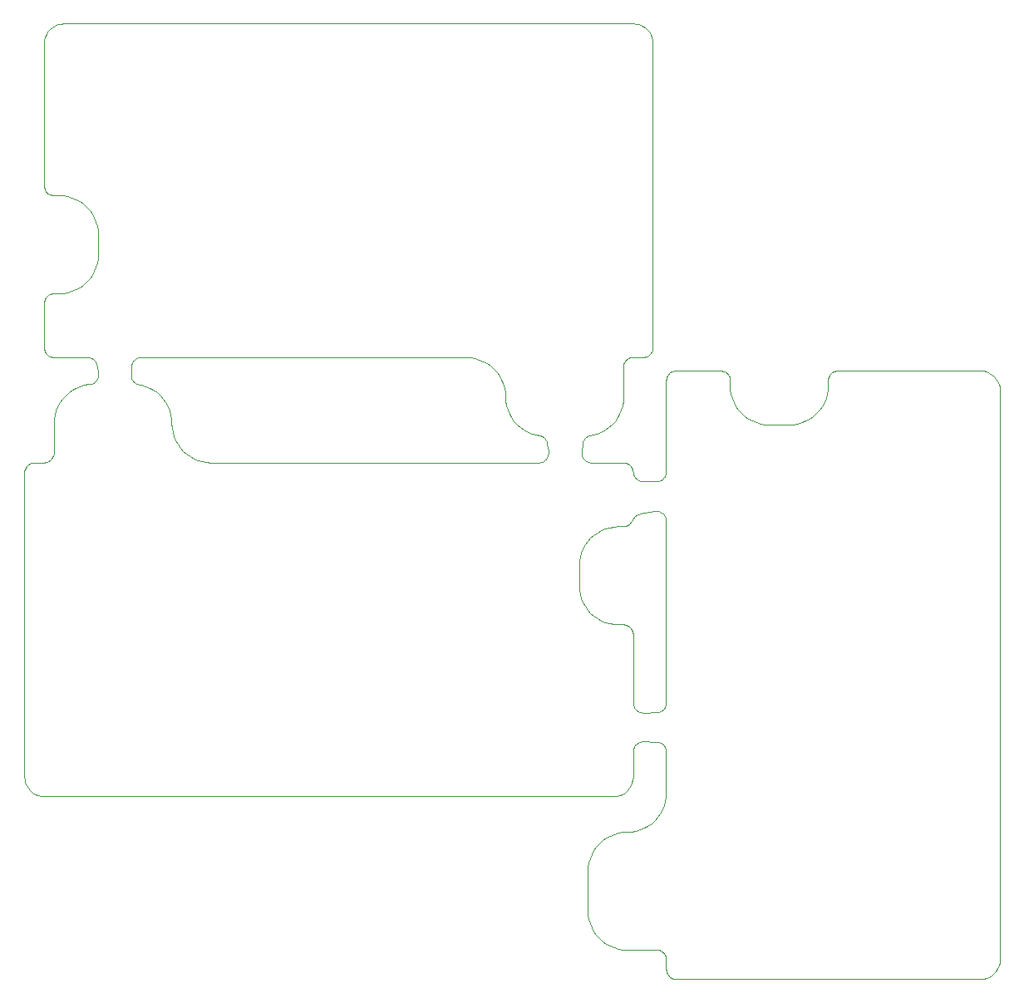
<source format=gko>
%MOIN*%
%OFA0B0*%
%FSLAX44Y44*%
%IPPOS*%
%LPD*%
%ADD10C,0*%
D10*
X00025734Y00024014D02*
X00025734Y00024014D01*
X00025734Y00020359D01*
X00025733Y00020328D01*
X00025729Y00020297D01*
X00025723Y00020266D01*
X00025714Y00020236D01*
X00025703Y00020207D01*
X00025690Y00020179D01*
X00025675Y00020152D01*
X00025657Y00020126D01*
X00025638Y00020102D01*
X00025617Y00020079D01*
X00025594Y00020058D01*
X00025569Y00020039D01*
X00025543Y00020022D01*
X00025516Y00020007D01*
X00025487Y00019994D01*
X00025458Y00019983D01*
X00025428Y00019975D01*
X00025397Y00019969D01*
X00025366Y00019966D01*
X00025335Y00019965D01*
X00024795Y00019972D01*
X00024766Y00019973D01*
X00024737Y00019977D01*
X00024709Y00019983D01*
X00024681Y00019990D01*
X00024653Y00020000D01*
X00024627Y00020012D01*
X00024601Y00020026D01*
X00024576Y00020042D01*
X00024553Y00020059D01*
X00024531Y00020078D01*
X00024511Y00020099D01*
X00024492Y00020121D01*
X00024474Y00020144D01*
X00024459Y00020169D01*
X00024445Y00020195D01*
X00024434Y00020222D01*
X00024424Y00020249D01*
X00024417Y00020277D01*
X00024411Y00020306D01*
X00024408Y00020335D01*
X00024408Y00020335D01*
X00024403Y00020390D01*
X00024389Y00020450D01*
X00024365Y00020507D01*
X00024333Y00020560D01*
X00024293Y00020607D01*
X00024246Y00020647D01*
X00024193Y00020679D01*
X00024136Y00020703D01*
X00024076Y00020717D01*
X00024014Y00020722D01*
X00022734Y00020722D01*
X00022701Y00020723D01*
X00022668Y00020728D01*
X00022635Y00020734D01*
X00022604Y00020744D01*
X00022573Y00020756D01*
X00022543Y00020771D01*
X00022515Y00020789D01*
X00022488Y00020808D01*
X00022463Y00020830D01*
X00022440Y00020854D01*
X00022419Y00020880D01*
X00022400Y00020907D01*
X00022384Y00020936D01*
X00022370Y00020966D01*
X00022359Y00020997D01*
X00022350Y00021029D01*
X00022344Y00021062D01*
X00022341Y00021095D01*
X00022341Y00021128D01*
X00022343Y00021161D01*
X00022380Y00021479D01*
X00022384Y00021504D01*
X00022389Y00021529D01*
X00022396Y00021553D01*
X00022405Y00021577D01*
X00022415Y00021600D01*
X00022426Y00021623D01*
X00022439Y00021645D01*
X00022453Y00021666D01*
X00022469Y00021686D01*
X00022486Y00021705D01*
X00022504Y00021722D01*
X00022523Y00021739D01*
X00022543Y00021754D01*
X00022564Y00021768D01*
X00022586Y00021781D01*
X00022609Y00021792D01*
X00022632Y00021802D01*
X00022656Y00021810D01*
X00022681Y00021817D01*
X00022705Y00021822D01*
X00022792Y00021836D01*
X00022961Y00021885D01*
X00023125Y00021953D01*
X00023279Y00022038D01*
X00023423Y00022140D01*
X00023555Y00022258D01*
X00023672Y00022390D01*
X00023775Y00022534D01*
X00023860Y00022688D01*
X00023928Y00022851D01*
X00023977Y00023021D01*
X00024006Y00023195D01*
X00024016Y00023372D01*
X00024016Y00024553D01*
X00024021Y00024614D01*
X00024035Y00024674D01*
X00024059Y00024731D01*
X00024091Y00024784D01*
X00024131Y00024831D01*
X00024178Y00024871D01*
X00024231Y00024903D01*
X00024288Y00024927D01*
X00024348Y00024941D01*
X00024410Y00024946D01*
X00024803Y00024946D01*
X00024865Y00024951D01*
X00024925Y00024966D01*
X00024982Y00024989D01*
X00025035Y00025022D01*
X00025082Y00025062D01*
X00025122Y00025109D01*
X00025154Y00025161D01*
X00025178Y00025218D01*
X00025192Y00025278D01*
X00025197Y00025340D01*
X00025197Y00037545D01*
X00025187Y00037668D01*
X00025159Y00037788D01*
X00025111Y00037902D01*
X00025047Y00038008D01*
X00024967Y00038102D01*
X00024873Y00038182D01*
X00024767Y00038246D01*
X00024653Y00038294D01*
X00024533Y00038322D01*
X00024410Y00038332D01*
X00001575Y00038332D01*
X00001452Y00038322D01*
X00001332Y00038294D01*
X00001218Y00038246D01*
X00001112Y00038182D01*
X00001018Y00038102D01*
X00000938Y00038008D01*
X00000874Y00037902D01*
X00000826Y00037788D01*
X00000797Y00037668D01*
X00000788Y00037545D01*
X00000788Y00031836D01*
X00000793Y00031775D01*
X00000807Y00031714D01*
X00000831Y00031657D01*
X00000863Y00031605D01*
X00000903Y00031558D01*
X00000950Y00031518D01*
X00001003Y00031485D01*
X00001060Y00031462D01*
X00001120Y00031447D01*
X00001181Y00031442D01*
X00001378Y00031442D01*
X00001555Y00031433D01*
X00001729Y00031403D01*
X00001898Y00031354D01*
X00002062Y00031286D01*
X00002216Y00031201D01*
X00002360Y00031099D01*
X00002492Y00030981D01*
X00002609Y00030849D01*
X00002712Y00030705D01*
X00002797Y00030551D01*
X00002865Y00030388D01*
X00002914Y00030218D01*
X00002943Y00030044D01*
X00002953Y00029868D01*
X00002953Y00029080D01*
X00002943Y00028904D01*
X00002914Y00028730D01*
X00002865Y00028560D01*
X00002797Y00028397D01*
X00002712Y00028242D01*
X00002609Y00028098D01*
X00002492Y00027967D01*
X00002360Y00027849D01*
X00002216Y00027747D01*
X00002062Y00027661D01*
X00001898Y00027594D01*
X00001729Y00027545D01*
X00001555Y00027515D01*
X00001378Y00027505D01*
X00001181Y00027505D01*
X00001120Y00027501D01*
X00001060Y00027486D01*
X00001003Y00027462D01*
X00000950Y00027430D01*
X00000903Y00027390D01*
X00000863Y00027343D01*
X00000831Y00027290D01*
X00000807Y00027233D01*
X00000793Y00027173D01*
X00000788Y00027112D01*
X00000788Y00025340D01*
X00000793Y00025278D01*
X00000807Y00025218D01*
X00000831Y00025161D01*
X00000863Y00025109D01*
X00000903Y00025062D01*
X00000950Y00025022D01*
X00001003Y00024989D01*
X00001060Y00024966D01*
X00001120Y00024951D01*
X00001181Y00024946D01*
X00002520Y00024946D01*
X00002547Y00024945D01*
X00002575Y00024942D01*
X00002602Y00024938D01*
X00002629Y00024931D01*
X00002656Y00024922D01*
X00002681Y00024912D01*
X00002706Y00024899D01*
X00002730Y00024885D01*
X00002753Y00024870D01*
X00002775Y00024852D01*
X00002795Y00024834D01*
X00002814Y00024813D01*
X00002832Y00024792D01*
X00002848Y00024769D01*
X00002863Y00024746D01*
X00002875Y00024721D01*
X00002886Y00024696D01*
X00002896Y00024669D01*
X00002903Y00024643D01*
X00002908Y00024615D01*
X00002956Y00024318D01*
X00002960Y00024285D01*
X00002961Y00024252D01*
X00002960Y00024219D01*
X00002955Y00024187D01*
X00002948Y00024155D01*
X00002938Y00024123D01*
X00002926Y00024093D01*
X00002911Y00024063D01*
X00002894Y00024035D01*
X00002874Y00024009D01*
X00002853Y00023984D01*
X00002829Y00023961D01*
X00002803Y00023940D01*
X00002776Y00023921D01*
X00002747Y00023905D01*
X00002718Y00023891D01*
X00002687Y00023880D01*
X00002655Y00023871D01*
X00002622Y00023865D01*
X00002590Y00023862D01*
X00002578Y00023862D01*
X00002404Y00023832D01*
X00002234Y00023783D01*
X00002071Y00023716D01*
X00001917Y00023630D01*
X00001773Y00023528D01*
X00001641Y00023410D01*
X00001523Y00023279D01*
X00001421Y00023135D01*
X00001336Y00022980D01*
X00001268Y00022817D01*
X00001219Y00022647D01*
X00001190Y00022473D01*
X00001180Y00022297D01*
X00001180Y00021116D01*
X00001175Y00021054D01*
X00001161Y00020994D01*
X00001137Y00020937D01*
X00001105Y00020884D01*
X00001065Y00020837D01*
X00001018Y00020797D01*
X00000965Y00020765D01*
X00000908Y00020741D01*
X00000848Y00020727D01*
X00000786Y00020722D01*
X00000392Y00020722D01*
X00000331Y00020717D01*
X00000271Y00020703D01*
X00000214Y00020679D01*
X00000161Y00020647D01*
X00000114Y00020607D01*
X00000074Y00020560D01*
X00000042Y00020507D01*
X00000018Y00020450D01*
X00000004Y00020390D01*
X00000000Y00020328D01*
X00000000Y00008124D01*
X00000008Y00008000D01*
X00000037Y00007880D01*
X00000085Y00007766D01*
X00000149Y00007661D01*
X00000229Y00007567D01*
X00000323Y00007486D01*
X00000429Y00007422D01*
X00000543Y00007375D01*
X00000663Y00007346D01*
X00000786Y00007336D01*
X00023621Y00007336D01*
X00023744Y00007346D01*
X00023864Y00007375D01*
X00023978Y00007422D01*
X00024084Y00007486D01*
X00024178Y00007567D01*
X00024258Y00007661D01*
X00024322Y00007766D01*
X00024370Y00007880D01*
X00024398Y00008000D01*
X00024408Y00008124D01*
X00024408Y00009137D01*
X00024409Y00009168D01*
X00024413Y00009199D01*
X00024419Y00009230D01*
X00024428Y00009260D01*
X00024439Y00009289D01*
X00024452Y00009318D01*
X00024467Y00009345D01*
X00024485Y00009371D01*
X00024505Y00009395D01*
X00024526Y00009418D01*
X00024549Y00009439D01*
X00024574Y00009458D01*
X00024600Y00009475D01*
X00024628Y00009490D01*
X00024656Y00009503D01*
X00024686Y00009513D01*
X00024716Y00009521D01*
X00024747Y00009527D01*
X00024778Y00009530D01*
X00024809Y00009531D01*
X00025347Y00009521D01*
X00025378Y00009519D01*
X00025408Y00009515D01*
X00025438Y00009509D01*
X00025467Y00009500D01*
X00025496Y00009489D01*
X00025523Y00009476D01*
X00025550Y00009461D01*
X00025575Y00009443D01*
X00025599Y00009424D01*
X00025621Y00009403D01*
X00025641Y00009381D01*
X00025660Y00009357D01*
X00025677Y00009331D01*
X00025692Y00009304D01*
X00025704Y00009276D01*
X00025715Y00009248D01*
X00025723Y00009218D01*
X00025729Y00009188D01*
X00025733Y00009158D01*
X00025734Y00009127D01*
X00025734Y00007479D01*
X00025724Y00007303D01*
X00025694Y00007129D01*
X00025645Y00006959D01*
X00025578Y00006796D01*
X00025492Y00006641D01*
X00025390Y00006497D01*
X00025273Y00006365D01*
X00025141Y00006248D01*
X00024997Y00006146D01*
X00024842Y00006060D01*
X00024679Y00005993D01*
X00024509Y00005944D01*
X00024335Y00005914D01*
X00024159Y00005904D01*
X00023983Y00005894D01*
X00023809Y00005865D01*
X00023639Y00005816D01*
X00023476Y00005748D01*
X00023321Y00005663D01*
X00023177Y00005561D01*
X00023045Y00005443D01*
X00022928Y00005311D01*
X00022826Y00005167D01*
X00022740Y00005013D01*
X00022673Y00004850D01*
X00022624Y00004680D01*
X00022594Y00004506D01*
X00022584Y00004329D01*
X00022584Y00002755D01*
X00022594Y00002578D01*
X00022624Y00002404D01*
X00022673Y00002234D01*
X00022740Y00002071D01*
X00022826Y00001917D01*
X00022928Y00001773D01*
X00023045Y00001641D01*
X00023177Y00001523D01*
X00023321Y00001421D01*
X00023476Y00001336D01*
X00023639Y00001268D01*
X00023809Y00001219D01*
X00023983Y00001190D01*
X00024159Y00001180D01*
X00025340Y00001180D01*
X00025402Y00001175D01*
X00025462Y00001161D01*
X00025519Y00001137D01*
X00025571Y00001105D01*
X00025618Y00001065D01*
X00025659Y00001018D01*
X00025691Y00000965D01*
X00025714Y00000908D01*
X00025729Y00000848D01*
X00025734Y00000786D01*
X00025734Y00000392D01*
X00025739Y00000331D01*
X00025753Y00000271D01*
X00025777Y00000214D01*
X00025809Y00000161D01*
X00025849Y00000114D01*
X00025896Y00000074D01*
X00025949Y00000042D01*
X00026006Y00000018D01*
X00026066Y00000004D01*
X00026127Y00000000D01*
X00038332Y00000000D01*
X00038455Y00000008D01*
X00038575Y00000037D01*
X00038690Y00000085D01*
X00038795Y00000149D01*
X00038889Y00000229D01*
X00038969Y00000323D01*
X00039034Y00000429D01*
X00039081Y00000543D01*
X00039110Y00000663D01*
X00039120Y00000786D01*
X00039120Y00023621D01*
X00039110Y00023744D01*
X00039081Y00023864D01*
X00039034Y00023978D01*
X00038969Y00024084D01*
X00038889Y00024178D01*
X00038795Y00024258D01*
X00038690Y00024322D01*
X00038575Y00024370D01*
X00038455Y00024398D01*
X00038332Y00024408D01*
X00032624Y00024408D01*
X00032562Y00024403D01*
X00032502Y00024389D01*
X00032445Y00024365D01*
X00032392Y00024333D01*
X00032345Y00024293D01*
X00032305Y00024246D01*
X00032273Y00024193D01*
X00032249Y00024136D01*
X00032235Y00024076D01*
X00032230Y00024014D01*
X00032230Y00023818D01*
X00032220Y00023641D01*
X00032190Y00023467D01*
X00032141Y00023297D01*
X00032074Y00023134D01*
X00031988Y00022980D01*
X00031886Y00022836D01*
X00031769Y00022704D01*
X00031637Y00022586D01*
X00031493Y00022484D01*
X00031338Y00022399D01*
X00031175Y00022331D01*
X00031005Y00022282D01*
X00030831Y00022253D01*
X00030655Y00022243D01*
X00029868Y00022243D01*
X00029691Y00022253D01*
X00029517Y00022282D01*
X00029347Y00022331D01*
X00029184Y00022399D01*
X00029030Y00022484D01*
X00028886Y00022586D01*
X00028754Y00022704D01*
X00028636Y00022836D01*
X00028534Y00022980D01*
X00028449Y00023134D01*
X00028381Y00023297D01*
X00028332Y00023467D01*
X00028303Y00023641D01*
X00028293Y00023818D01*
X00028293Y00024014D01*
X00028288Y00024076D01*
X00028274Y00024136D01*
X00028250Y00024193D01*
X00028218Y00024246D01*
X00028177Y00024293D01*
X00028131Y00024333D01*
X00028078Y00024365D01*
X00028021Y00024389D01*
X00027961Y00024403D01*
X00027899Y00024408D01*
X00026127Y00024408D01*
X00026066Y00024403D01*
X00026006Y00024389D01*
X00025949Y00024365D01*
X00025896Y00024333D01*
X00025849Y00024293D01*
X00025809Y00024246D01*
X00025777Y00024193D01*
X00025753Y00024136D01*
X00025739Y00024076D01*
X00025734Y00024014D01*
X00025734Y00011092D02*
X00025734Y00011092D01*
X00025733Y00011062D01*
X00025729Y00011031D01*
X00025723Y00011001D01*
X00025715Y00010972D01*
X00025704Y00010943D01*
X00025692Y00010915D01*
X00025677Y00010889D01*
X00025660Y00010863D01*
X00025641Y00010839D01*
X00025621Y00010816D01*
X00025599Y00010795D01*
X00025575Y00010776D01*
X00025550Y00010759D01*
X00025523Y00010744D01*
X00025496Y00010730D01*
X00025467Y00010720D01*
X00025438Y00010711D01*
X00025408Y00010704D01*
X00025378Y00010700D01*
X00025347Y00010699D01*
X00024809Y00010689D01*
X00024778Y00010690D01*
X00024747Y00010693D01*
X00024716Y00010698D01*
X00024686Y00010706D01*
X00024656Y00010717D01*
X00024628Y00010730D01*
X00024600Y00010745D01*
X00024574Y00010762D01*
X00024549Y00010781D01*
X00024526Y00010802D01*
X00024505Y00010825D01*
X00024485Y00010849D01*
X00024467Y00010875D01*
X00024452Y00010902D01*
X00024439Y00010930D01*
X00024428Y00010960D01*
X00024419Y00010990D01*
X00024413Y00011020D01*
X00024409Y00011051D01*
X00024408Y00011083D01*
X00024408Y00013832D01*
X00024403Y00013894D01*
X00024389Y00013954D01*
X00024365Y00014011D01*
X00024333Y00014064D01*
X00024293Y00014111D01*
X00024246Y00014151D01*
X00024193Y00014183D01*
X00024136Y00014207D01*
X00024076Y00014221D01*
X00024014Y00014226D01*
X00023818Y00014226D01*
X00023641Y00014236D01*
X00023467Y00014265D01*
X00023297Y00014314D01*
X00023134Y00014382D01*
X00022980Y00014467D01*
X00022836Y00014569D01*
X00022704Y00014687D01*
X00022586Y00014819D01*
X00022484Y00014963D01*
X00022399Y00015117D01*
X00022331Y00015281D01*
X00022282Y00015450D01*
X00022253Y00015624D01*
X00022243Y00015801D01*
X00022243Y00016588D01*
X00022253Y00016764D01*
X00022282Y00016939D01*
X00022331Y00017108D01*
X00022399Y00017271D01*
X00022484Y00017426D01*
X00022586Y00017570D01*
X00022704Y00017702D01*
X00022836Y00017819D01*
X00022980Y00017922D01*
X00023134Y00018007D01*
X00023297Y00018075D01*
X00023467Y00018123D01*
X00023641Y00018153D01*
X00023818Y00018163D01*
X00024014Y00018163D01*
X00024076Y00018168D01*
X00024136Y00018182D01*
X00024193Y00018206D01*
X00024246Y00018238D01*
X00024293Y00018278D01*
X00024333Y00018325D01*
X00024365Y00018378D01*
X00024384Y00018422D01*
X00024391Y00018440D01*
X00024400Y00018457D01*
X00024410Y00018474D01*
X00024421Y00018491D01*
X00024432Y00018507D01*
X00024444Y00018522D01*
X00024457Y00018537D01*
X00024470Y00018551D01*
X00024485Y00018565D01*
X00024500Y00018577D01*
X00024515Y00018589D01*
X00024531Y00018601D01*
X00024548Y00018611D01*
X00024565Y00018620D01*
X00024583Y00018629D01*
X00024601Y00018637D01*
X00024619Y00018644D01*
X00024638Y00018650D01*
X00024657Y00018655D01*
X00024676Y00018659D01*
X00025269Y00018767D01*
X00025303Y00018772D01*
X00025337Y00018774D01*
X00025372Y00018773D01*
X00025406Y00018768D01*
X00025440Y00018761D01*
X00025473Y00018751D01*
X00025505Y00018738D01*
X00025535Y00018722D01*
X00025565Y00018704D01*
X00025592Y00018683D01*
X00025618Y00018660D01*
X00025641Y00018634D01*
X00025662Y00018607D01*
X00025681Y00018578D01*
X00025697Y00018547D01*
X00025710Y00018515D01*
X00025720Y00018483D01*
X00025728Y00018449D01*
X00025732Y00018415D01*
X00025734Y00018380D01*
X00025734Y00011092D01*
X00004602Y00023845D02*
X00004602Y00023845D01*
X00004574Y00023851D01*
X00004547Y00023859D01*
X00004520Y00023869D01*
X00004494Y00023880D01*
X00004469Y00023894D01*
X00004445Y00023909D01*
X00004422Y00023926D01*
X00004401Y00023945D01*
X00004380Y00023965D01*
X00004362Y00023986D01*
X00004345Y00024009D01*
X00004329Y00024033D01*
X00004316Y00024058D01*
X00004304Y00024084D01*
X00004294Y00024111D01*
X00004286Y00024138D01*
X00004280Y00024166D01*
X00004276Y00024194D01*
X00004275Y00024223D01*
X00004275Y00024251D01*
X00004289Y00024571D01*
X00004292Y00024600D01*
X00004297Y00024630D01*
X00004304Y00024659D01*
X00004313Y00024688D01*
X00004324Y00024716D01*
X00004338Y00024742D01*
X00004353Y00024768D01*
X00004371Y00024793D01*
X00004390Y00024816D01*
X00004411Y00024837D01*
X00004433Y00024857D01*
X00004457Y00024875D01*
X00004482Y00024892D01*
X00004509Y00024906D01*
X00004536Y00024918D01*
X00004565Y00024928D01*
X00004593Y00024936D01*
X00004623Y00024942D01*
X00004653Y00024945D01*
X00004683Y00024946D01*
X00017717Y00024946D01*
X00017893Y00024936D01*
X00018067Y00024907D01*
X00018237Y00024858D01*
X00018400Y00024790D01*
X00018555Y00024705D01*
X00018699Y00024603D01*
X00018830Y00024485D01*
X00018948Y00024353D01*
X00019050Y00024209D01*
X00019136Y00024055D01*
X00019203Y00023892D01*
X00019252Y00023722D01*
X00019282Y00023548D01*
X00019292Y00023372D01*
X00019302Y00023195D01*
X00019331Y00023021D01*
X00019380Y00022851D01*
X00019448Y00022688D01*
X00019533Y00022534D01*
X00019635Y00022390D01*
X00019753Y00022258D01*
X00019885Y00022140D01*
X00020029Y00022038D01*
X00020183Y00021953D01*
X00020346Y00021885D01*
X00020516Y00021836D01*
X00020641Y00021815D01*
X00020665Y00021810D01*
X00020689Y00021804D01*
X00020713Y00021795D01*
X00020736Y00021786D01*
X00020759Y00021775D01*
X00020780Y00021763D01*
X00020801Y00021749D01*
X00020821Y00021734D01*
X00020840Y00021717D01*
X00020858Y00021700D01*
X00020875Y00021681D01*
X00020891Y00021662D01*
X00020905Y00021641D01*
X00020918Y00021620D01*
X00020929Y00021598D01*
X00020940Y00021575D01*
X00020948Y00021551D01*
X00020955Y00021527D01*
X00020961Y00021503D01*
X00020965Y00021478D01*
X00021006Y00021167D01*
X00021009Y00021134D01*
X00021009Y00021100D01*
X00021006Y00021067D01*
X00021001Y00021034D01*
X00020992Y00021001D01*
X00020981Y00020970D01*
X00020967Y00020939D01*
X00020951Y00020910D01*
X00020932Y00020882D01*
X00020912Y00020856D01*
X00020888Y00020832D01*
X00020863Y00020810D01*
X00020836Y00020790D01*
X00020808Y00020772D01*
X00020778Y00020757D01*
X00020747Y00020745D01*
X00020715Y00020735D01*
X00020682Y00020728D01*
X00020649Y00020723D01*
X00020616Y00020722D01*
X00007479Y00020722D01*
X00007303Y00020732D01*
X00007129Y00020761D01*
X00006959Y00020810D01*
X00006796Y00020878D01*
X00006641Y00020963D01*
X00006497Y00021066D01*
X00006365Y00021183D01*
X00006248Y00021315D01*
X00006146Y00021459D01*
X00006060Y00021613D01*
X00005993Y00021777D01*
X00005944Y00021946D01*
X00005914Y00022120D01*
X00005904Y00022297D01*
X00005894Y00022473D01*
X00005865Y00022647D01*
X00005816Y00022817D01*
X00005748Y00022980D01*
X00005663Y00023135D01*
X00005561Y00023279D01*
X00005443Y00023410D01*
X00005311Y00023528D01*
X00005167Y00023630D01*
X00005013Y00023716D01*
X00004850Y00023783D01*
X00004680Y00023832D01*
X00004602Y00023845D01*
M02*
</source>
